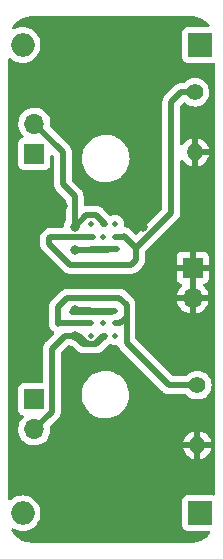
<source format=gbr>
%TF.GenerationSoftware,KiCad,Pcbnew,(6.0.8-1)-1*%
%TF.CreationDate,2023-05-30T17:25:44-07:00*%
%TF.ProjectId,SiPM_breakout,5369504d-5f62-4726-9561-6b6f75742e6b,rev?*%
%TF.SameCoordinates,Original*%
%TF.FileFunction,Copper,L1,Top*%
%TF.FilePolarity,Positive*%
%FSLAX46Y46*%
G04 Gerber Fmt 4.6, Leading zero omitted, Abs format (unit mm)*
G04 Created by KiCad (PCBNEW (6.0.8-1)-1) date 2023-05-30 17:25:44*
%MOMM*%
%LPD*%
G01*
G04 APERTURE LIST*
%TA.AperFunction,ComponentPad*%
%ADD10R,2.000000X2.000000*%
%TD*%
%TA.AperFunction,ComponentPad*%
%ADD11O,2.000000X2.000000*%
%TD*%
%TA.AperFunction,ComponentPad*%
%ADD12C,1.400000*%
%TD*%
%TA.AperFunction,ComponentPad*%
%ADD13O,1.400000X1.400000*%
%TD*%
%TA.AperFunction,SMDPad,CuDef*%
%ADD14C,0.500000*%
%TD*%
%TA.AperFunction,ComponentPad*%
%ADD15R,1.700000X1.700000*%
%TD*%
%TA.AperFunction,ComponentPad*%
%ADD16O,1.700000X1.700000*%
%TD*%
%TA.AperFunction,ViaPad*%
%ADD17C,0.800000*%
%TD*%
%TA.AperFunction,Conductor*%
%ADD18C,0.500000*%
%TD*%
G04 APERTURE END LIST*
D10*
%TO.P,C2,1*%
%TO.N,Net-(C2-Pad1)*%
X93400000Y-78000000D03*
D11*
%TO.P,C2,2*%
%TO.N,/SIG2*%
X78400000Y-78000000D03*
%TD*%
D10*
%TO.P,C1,1*%
%TO.N,Net-(C1-Pad1)*%
X93400000Y-117642500D03*
D11*
%TO.P,C1,2*%
%TO.N,/SIG1*%
X78400000Y-117642500D03*
%TD*%
D12*
%TO.P,R2,1*%
%TO.N,Net-(C2-Pad1)*%
X93000000Y-82000000D03*
D13*
%TO.P,R2,2*%
%TO.N,/GND*%
X93000000Y-87080000D03*
%TD*%
D12*
%TO.P,R1,1*%
%TO.N,Net-(C1-Pad1)*%
X93200000Y-106800000D03*
D13*
%TO.P,R1,2*%
%TO.N,/GND*%
X93200000Y-111880000D03*
%TD*%
D14*
%TO.P,D1,1,K*%
%TO.N,/BIAS1*%
X85200000Y-102655000D03*
X84200000Y-100555000D03*
X86200000Y-100555000D03*
X85200000Y-100555000D03*
%TO.P,D1,2,A*%
%TO.N,Net-(C1-Pad1)*%
X84200000Y-101555000D03*
X86200000Y-101555000D03*
%TO.P,D1,4*%
%TO.N,N/C*%
X86200000Y-102655000D03*
X84200000Y-102655000D03*
%TO.P,D1,5*%
X85200000Y-101555000D03*
%TD*%
%TO.P,D2,1,K*%
%TO.N,/BIAS2*%
X85200000Y-95245000D03*
X84200000Y-95245000D03*
X86200000Y-95245000D03*
X85200000Y-93145000D03*
%TO.P,D2,2,A*%
%TO.N,Net-(C2-Pad1)*%
X84200000Y-94245000D03*
X86200000Y-94245000D03*
%TO.P,D2,4*%
%TO.N,N/C*%
X84200000Y-93145000D03*
X86200000Y-93145000D03*
%TO.P,D2,5*%
X85200000Y-94245000D03*
%TD*%
D15*
%TO.P,J2,1,Pin_1*%
%TO.N,/SIG2*%
X79400000Y-87200000D03*
D16*
%TO.P,J2,2,Pin_2*%
%TO.N,/BIAS2*%
X79400000Y-84660000D03*
%TD*%
D15*
%TO.P,J1,1,Pin_1*%
%TO.N,/SIG1*%
X79400000Y-108000000D03*
D16*
%TO.P,J1,2,Pin_2*%
%TO.N,/BIAS1*%
X79400000Y-110540000D03*
%TD*%
D15*
%TO.P,J3,1,Pin_1*%
%TO.N,/GND*%
X92800000Y-96860000D03*
D16*
%TO.P,J3,2,Pin_2*%
X92800000Y-99400000D03*
%TD*%
D17*
%TO.N,/GND*%
X88600000Y-103000000D03*
%TO.N,/BIAS1*%
X82800000Y-102600000D03*
X82800000Y-100400000D03*
%TO.N,/BIAS2*%
X82800000Y-95400000D03*
X82800000Y-93395500D03*
%TO.N,/GND*%
X81800000Y-91600000D03*
X88600000Y-93400000D03*
X79940621Y-100259834D03*
X82600000Y-85400000D03*
X78400000Y-113600000D03*
X82200000Y-110000000D03*
X82200000Y-104600000D03*
X79400000Y-95000000D03*
X81099647Y-92900353D03*
X85250000Y-98000000D03*
%TD*%
D18*
%TO.N,Net-(C2-Pad1)*%
X84400000Y-94245000D02*
X80755000Y-94245000D01*
X80755000Y-94245000D02*
X80600000Y-94400000D01*
X91000000Y-92202082D02*
X91000000Y-82800000D01*
X91800000Y-82000000D02*
X93000000Y-82000000D01*
X88002082Y-95200000D02*
X91000000Y-92202082D01*
X88000000Y-95200000D02*
X88002082Y-95200000D01*
X91000000Y-82800000D02*
X91800000Y-82000000D01*
%TO.N,Net-(C1-Pad1)*%
X87200000Y-101000000D02*
X87200000Y-103200000D01*
X87200000Y-103200000D02*
X90800000Y-106800000D01*
X90800000Y-106800000D02*
X93200000Y-106800000D01*
%TO.N,Net-(C2-Pad1)*%
X87200000Y-94400000D02*
X88000000Y-95200000D01*
X87000000Y-94200000D02*
X87200000Y-94400000D01*
X87000000Y-96600000D02*
X82400000Y-96600000D01*
X87200000Y-96600000D02*
X87000000Y-96600000D01*
%TO.N,Net-(C1-Pad1)*%
X83400000Y-99400000D02*
X83600000Y-99400000D01*
X82200000Y-99400000D02*
X83400000Y-99400000D01*
%TO.N,Net-(C2-Pad1)*%
X87600000Y-96600000D02*
X87200000Y-96600000D01*
%TO.N,Net-(C1-Pad1)*%
X83600000Y-99400000D02*
X86600000Y-99400000D01*
X82000000Y-99600000D02*
X82200000Y-99400000D01*
X81400000Y-100200000D02*
X82000000Y-99600000D01*
%TO.N,Net-(C2-Pad1)*%
X86400000Y-94245000D02*
X86955000Y-94245000D01*
X82400000Y-96600000D02*
X80650000Y-94850000D01*
X88000000Y-96200000D02*
X87600000Y-96600000D01*
X88000000Y-95200000D02*
X88000000Y-96200000D01*
X86955000Y-94245000D02*
X87000000Y-94200000D01*
X80650000Y-94850000D02*
X80650000Y-94447918D01*
%TO.N,Net-(C1-Pad1)*%
X86645000Y-101555000D02*
X86200000Y-101555000D01*
X87200000Y-101000000D02*
X86645000Y-101555000D01*
X86600000Y-99400000D02*
X87200000Y-100000000D01*
X81400000Y-101600000D02*
X81400000Y-100200000D01*
X84200000Y-101555000D02*
X81445000Y-101555000D01*
X87200000Y-100000000D02*
X87200000Y-101000000D01*
%TO.N,/BIAS1*%
X84045000Y-100400000D02*
X84200000Y-100555000D01*
X82800000Y-102600000D02*
X83555000Y-103355000D01*
X84500000Y-103355000D02*
X85200000Y-102655000D01*
X82600000Y-100600000D02*
X86000000Y-100600000D01*
X80860000Y-103740000D02*
X82000000Y-102600000D01*
X82800000Y-100400000D02*
X84045000Y-100400000D01*
X79400000Y-110540000D02*
X80860000Y-109080000D01*
X83555000Y-103355000D02*
X84500000Y-103355000D01*
X84645000Y-103355000D02*
X85400000Y-102600000D01*
X83155050Y-102600000D02*
X83910050Y-103355000D01*
X86200000Y-100555000D02*
X84200000Y-100555000D01*
X83910050Y-103355000D02*
X84645000Y-103355000D01*
X80860000Y-109080000D02*
X80860000Y-103740000D01*
X82000000Y-102600000D02*
X83155050Y-102600000D01*
%TO.N,/BIAS2*%
X84245000Y-95400000D02*
X84400000Y-95245000D01*
X82800000Y-93400000D02*
X82800000Y-93395500D01*
X82800000Y-93400000D02*
X83800000Y-92400000D01*
X81800000Y-89800000D02*
X82800000Y-90800000D01*
X81800000Y-87060000D02*
X81800000Y-89600000D01*
X82800000Y-95400000D02*
X84245000Y-95400000D01*
X79400000Y-84660000D02*
X81800000Y-87060000D01*
X83800000Y-92400000D02*
X84655000Y-92400000D01*
X83200000Y-95400000D02*
X84000000Y-95400000D01*
X85600000Y-95400000D02*
X83600000Y-95400000D01*
X86400000Y-95245000D02*
X84400000Y-95245000D01*
X82800000Y-90800000D02*
X82800000Y-93400000D01*
X84655000Y-92400000D02*
X85400000Y-93145000D01*
%TD*%
%TA.AperFunction,Conductor*%
%TO.N,/GND*%
G36*
X92610589Y-75568489D02*
G01*
X92629945Y-75569989D01*
X92644849Y-75572310D01*
X92644855Y-75572310D01*
X92653724Y-75573691D01*
X92662626Y-75572527D01*
X92662629Y-75572527D01*
X92670012Y-75571561D01*
X92694591Y-75570767D01*
X92721442Y-75572527D01*
X92916922Y-75585340D01*
X92933262Y-75587491D01*
X93055477Y-75611801D01*
X93177696Y-75636112D01*
X93193606Y-75640375D01*
X93429600Y-75720484D01*
X93444826Y-75726791D01*
X93668342Y-75837016D01*
X93682616Y-75845257D01*
X93889829Y-75983713D01*
X93902905Y-75993746D01*
X94090278Y-76158068D01*
X94101932Y-76169722D01*
X94200768Y-76282422D01*
X94230645Y-76346826D01*
X94220959Y-76417159D01*
X94174787Y-76471090D01*
X94106036Y-76491500D01*
X92351866Y-76491500D01*
X92289684Y-76498255D01*
X92153295Y-76549385D01*
X92036739Y-76636739D01*
X91949385Y-76753295D01*
X91898255Y-76889684D01*
X91891500Y-76951866D01*
X91891500Y-79048134D01*
X91898255Y-79110316D01*
X91949385Y-79246705D01*
X92036739Y-79363261D01*
X92153295Y-79450615D01*
X92289684Y-79501745D01*
X92351866Y-79508500D01*
X94448134Y-79508500D01*
X94510316Y-79501745D01*
X94517716Y-79498971D01*
X94521275Y-79497637D01*
X94524238Y-79497420D01*
X94525400Y-79497144D01*
X94525445Y-79497332D01*
X94592082Y-79492457D01*
X94654450Y-79526380D01*
X94688577Y-79588637D01*
X94691500Y-79615621D01*
X94691500Y-116026879D01*
X94671498Y-116095000D01*
X94617842Y-116141493D01*
X94547568Y-116151597D01*
X94521275Y-116144863D01*
X94517716Y-116143529D01*
X94517715Y-116143529D01*
X94510316Y-116140755D01*
X94448134Y-116134000D01*
X92351866Y-116134000D01*
X92289684Y-116140755D01*
X92153295Y-116191885D01*
X92036739Y-116279239D01*
X91949385Y-116395795D01*
X91898255Y-116532184D01*
X91891500Y-116594366D01*
X91891500Y-118690634D01*
X91898255Y-118752816D01*
X91949385Y-118889205D01*
X92036739Y-119005761D01*
X92153295Y-119093115D01*
X92289684Y-119144245D01*
X92351866Y-119151000D01*
X94167863Y-119151000D01*
X94235984Y-119171002D01*
X94282477Y-119224658D01*
X94292581Y-119294932D01*
X94262595Y-119360078D01*
X94101932Y-119543278D01*
X94090278Y-119554932D01*
X93902905Y-119719254D01*
X93889829Y-119729287D01*
X93682616Y-119867743D01*
X93668342Y-119875984D01*
X93444826Y-119986209D01*
X93429602Y-119992515D01*
X93193606Y-120072625D01*
X93177696Y-120076888D01*
X93055477Y-120101199D01*
X92933262Y-120125509D01*
X92916922Y-120127660D01*
X92768134Y-120137413D01*
X92701763Y-120141763D01*
X92678651Y-120140733D01*
X92675146Y-120140690D01*
X92666276Y-120139309D01*
X92657375Y-120140473D01*
X92657371Y-120140473D01*
X92634785Y-120143427D01*
X92618419Y-120144491D01*
X79269411Y-120141511D01*
X79250055Y-120140011D01*
X79235151Y-120137690D01*
X79235145Y-120137690D01*
X79226276Y-120136309D01*
X79217374Y-120137473D01*
X79217371Y-120137473D01*
X79209988Y-120138439D01*
X79185409Y-120139233D01*
X79140799Y-120136309D01*
X78963078Y-120124660D01*
X78946738Y-120122509D01*
X78824523Y-120098199D01*
X78702304Y-120073888D01*
X78686394Y-120069625D01*
X78450398Y-119989515D01*
X78435174Y-119983209D01*
X78211658Y-119872984D01*
X78197384Y-119864743D01*
X77990171Y-119726287D01*
X77977095Y-119716254D01*
X77789722Y-119551932D01*
X77778068Y-119540278D01*
X77613746Y-119352905D01*
X77603713Y-119339829D01*
X77465257Y-119132616D01*
X77457017Y-119118344D01*
X77448722Y-119101524D01*
X77436531Y-119031582D01*
X77464089Y-118966152D01*
X77522647Y-118926008D01*
X77593612Y-118923895D01*
X77627562Y-118938361D01*
X77672913Y-118966152D01*
X77713037Y-118990740D01*
X77717607Y-118992633D01*
X77717611Y-118992635D01*
X77927833Y-119079711D01*
X77932406Y-119081605D01*
X77980349Y-119093115D01*
X78158476Y-119135880D01*
X78158482Y-119135881D01*
X78163289Y-119137035D01*
X78400000Y-119155665D01*
X78636711Y-119137035D01*
X78641518Y-119135881D01*
X78641524Y-119135880D01*
X78819651Y-119093115D01*
X78867594Y-119081605D01*
X78872167Y-119079711D01*
X79082389Y-118992635D01*
X79082393Y-118992633D01*
X79086963Y-118990740D01*
X79127087Y-118966152D01*
X79285202Y-118869259D01*
X79285208Y-118869255D01*
X79289416Y-118866676D01*
X79469969Y-118712469D01*
X79624176Y-118531916D01*
X79626755Y-118527708D01*
X79626759Y-118527702D01*
X79745654Y-118333683D01*
X79748240Y-118329463D01*
X79839105Y-118110094D01*
X79894535Y-117879211D01*
X79913165Y-117642500D01*
X79894535Y-117405789D01*
X79839105Y-117174906D01*
X79748240Y-116955537D01*
X79745654Y-116951317D01*
X79626759Y-116757298D01*
X79626755Y-116757292D01*
X79624176Y-116753084D01*
X79469969Y-116572531D01*
X79289416Y-116418324D01*
X79285208Y-116415745D01*
X79285202Y-116415741D01*
X79091183Y-116296846D01*
X79086963Y-116294260D01*
X79082393Y-116292367D01*
X79082389Y-116292365D01*
X78872167Y-116205289D01*
X78872165Y-116205288D01*
X78867594Y-116203395D01*
X78787391Y-116184140D01*
X78641524Y-116149120D01*
X78641518Y-116149119D01*
X78636711Y-116147965D01*
X78400000Y-116129335D01*
X78163289Y-116147965D01*
X78158482Y-116149119D01*
X78158476Y-116149120D01*
X78012609Y-116184140D01*
X77932406Y-116203395D01*
X77927835Y-116205288D01*
X77927833Y-116205289D01*
X77717611Y-116292365D01*
X77717607Y-116292367D01*
X77713037Y-116294260D01*
X77708817Y-116296846D01*
X77514798Y-116415741D01*
X77514792Y-116415745D01*
X77510584Y-116418324D01*
X77506822Y-116421537D01*
X77506818Y-116421540D01*
X77396330Y-116515905D01*
X77331541Y-116544936D01*
X77261341Y-116534331D01*
X77208018Y-116487456D01*
X77188500Y-116420094D01*
X77188500Y-112146522D01*
X92020801Y-112146522D01*
X92059092Y-112289423D01*
X92062842Y-112299727D01*
X92147521Y-112481323D01*
X92152998Y-112490811D01*
X92267925Y-112654942D01*
X92274981Y-112663350D01*
X92416650Y-112805019D01*
X92425058Y-112812075D01*
X92589189Y-112927002D01*
X92598677Y-112932479D01*
X92780273Y-113017158D01*
X92790577Y-113020908D01*
X92928503Y-113057866D01*
X92942599Y-113057530D01*
X92946000Y-113049588D01*
X92946000Y-113044439D01*
X93454000Y-113044439D01*
X93457973Y-113057970D01*
X93466522Y-113059199D01*
X93609423Y-113020908D01*
X93619727Y-113017158D01*
X93801323Y-112932479D01*
X93810811Y-112927002D01*
X93974942Y-112812075D01*
X93983350Y-112805019D01*
X94125019Y-112663350D01*
X94132075Y-112654942D01*
X94247002Y-112490811D01*
X94252479Y-112481323D01*
X94337158Y-112299727D01*
X94340908Y-112289423D01*
X94377866Y-112151497D01*
X94377530Y-112137401D01*
X94369588Y-112134000D01*
X93472115Y-112134000D01*
X93456876Y-112138475D01*
X93455671Y-112139865D01*
X93454000Y-112147548D01*
X93454000Y-113044439D01*
X92946000Y-113044439D01*
X92946000Y-112152115D01*
X92941525Y-112136876D01*
X92940135Y-112135671D01*
X92932452Y-112134000D01*
X92035561Y-112134000D01*
X92022030Y-112137973D01*
X92020801Y-112146522D01*
X77188500Y-112146522D01*
X77188500Y-110506695D01*
X78037251Y-110506695D01*
X78037548Y-110511848D01*
X78037548Y-110511851D01*
X78043011Y-110606590D01*
X78050110Y-110729715D01*
X78051247Y-110734761D01*
X78051248Y-110734767D01*
X78052223Y-110739092D01*
X78099222Y-110947639D01*
X78183266Y-111154616D01*
X78299987Y-111345088D01*
X78446250Y-111513938D01*
X78618126Y-111656632D01*
X78811000Y-111769338D01*
X79019692Y-111849030D01*
X79024760Y-111850061D01*
X79024763Y-111850062D01*
X79132017Y-111871883D01*
X79238597Y-111893567D01*
X79243772Y-111893757D01*
X79243774Y-111893757D01*
X79456673Y-111901564D01*
X79456677Y-111901564D01*
X79461837Y-111901753D01*
X79466957Y-111901097D01*
X79466959Y-111901097D01*
X79678288Y-111874025D01*
X79678289Y-111874025D01*
X79683416Y-111873368D01*
X79688366Y-111871883D01*
X79892429Y-111810661D01*
X79892434Y-111810659D01*
X79897384Y-111809174D01*
X80097994Y-111710896D01*
X80241545Y-111608503D01*
X92022134Y-111608503D01*
X92022470Y-111622599D01*
X92030412Y-111626000D01*
X92927885Y-111626000D01*
X92943124Y-111621525D01*
X92944329Y-111620135D01*
X92946000Y-111612452D01*
X92946000Y-111607885D01*
X93454000Y-111607885D01*
X93458475Y-111623124D01*
X93459865Y-111624329D01*
X93467548Y-111626000D01*
X94364439Y-111626000D01*
X94377970Y-111622027D01*
X94379199Y-111613478D01*
X94340908Y-111470577D01*
X94337158Y-111460273D01*
X94252479Y-111278677D01*
X94247002Y-111269189D01*
X94132075Y-111105058D01*
X94125019Y-111096650D01*
X93983350Y-110954981D01*
X93974942Y-110947925D01*
X93810811Y-110832998D01*
X93801323Y-110827521D01*
X93619727Y-110742842D01*
X93609423Y-110739092D01*
X93471497Y-110702134D01*
X93457401Y-110702470D01*
X93454000Y-110710412D01*
X93454000Y-111607885D01*
X92946000Y-111607885D01*
X92946000Y-110715561D01*
X92942027Y-110702030D01*
X92933478Y-110700801D01*
X92790577Y-110739092D01*
X92780273Y-110742842D01*
X92598677Y-110827521D01*
X92589189Y-110832998D01*
X92425058Y-110947925D01*
X92416650Y-110954981D01*
X92274981Y-111096650D01*
X92267925Y-111105058D01*
X92152998Y-111269189D01*
X92147521Y-111278677D01*
X92062842Y-111460273D01*
X92059092Y-111470577D01*
X92022134Y-111608503D01*
X80241545Y-111608503D01*
X80279860Y-111581173D01*
X80438096Y-111423489D01*
X80497594Y-111340689D01*
X80565435Y-111246277D01*
X80568453Y-111242077D01*
X80667430Y-111041811D01*
X80732370Y-110828069D01*
X80761529Y-110606590D01*
X80763156Y-110540000D01*
X80745870Y-110329747D01*
X80760223Y-110260219D01*
X80782351Y-110230330D01*
X81348911Y-109663770D01*
X81363323Y-109651384D01*
X81374918Y-109642851D01*
X81374923Y-109642846D01*
X81380818Y-109638508D01*
X81385557Y-109632930D01*
X81385560Y-109632927D01*
X81415035Y-109598232D01*
X81421965Y-109590716D01*
X81427661Y-109585020D01*
X81429924Y-109582159D01*
X81429929Y-109582154D01*
X81445293Y-109562734D01*
X81448082Y-109559333D01*
X81468407Y-109535409D01*
X81495333Y-109503715D01*
X81498659Y-109497202D01*
X81502020Y-109492163D01*
X81505196Y-109487021D01*
X81509734Y-109481284D01*
X81540655Y-109415125D01*
X81542561Y-109411225D01*
X81555183Y-109386507D01*
X81575769Y-109346192D01*
X81577508Y-109339083D01*
X81579604Y-109333449D01*
X81581523Y-109327679D01*
X81584622Y-109321050D01*
X81587019Y-109309530D01*
X81599490Y-109249571D01*
X81600461Y-109245282D01*
X81606980Y-109218642D01*
X81617808Y-109174390D01*
X81618500Y-109163236D01*
X81618535Y-109163238D01*
X81618775Y-109159266D01*
X81619152Y-109155045D01*
X81620641Y-109147885D01*
X81618546Y-109070458D01*
X81618500Y-109067050D01*
X81618500Y-107529733D01*
X83387822Y-107529733D01*
X83387975Y-107534121D01*
X83387975Y-107534127D01*
X83389706Y-107583671D01*
X83397625Y-107810458D01*
X83398387Y-107814781D01*
X83398388Y-107814788D01*
X83422164Y-107949624D01*
X83446402Y-108087087D01*
X83533203Y-108354235D01*
X83656340Y-108606702D01*
X83658795Y-108610341D01*
X83658798Y-108610347D01*
X83731890Y-108718710D01*
X83813415Y-108839576D01*
X84001371Y-109048322D01*
X84216550Y-109228879D01*
X84454764Y-109377731D01*
X84711375Y-109491982D01*
X84715603Y-109493194D01*
X84715602Y-109493194D01*
X84946258Y-109559333D01*
X84981390Y-109569407D01*
X84985740Y-109570018D01*
X84985743Y-109570019D01*
X85072090Y-109582154D01*
X85259552Y-109608500D01*
X85470146Y-109608500D01*
X85472332Y-109608347D01*
X85472336Y-109608347D01*
X85675827Y-109594118D01*
X85675832Y-109594117D01*
X85680212Y-109593811D01*
X85954970Y-109535409D01*
X85959099Y-109533906D01*
X85959103Y-109533905D01*
X86214781Y-109440846D01*
X86214785Y-109440844D01*
X86218926Y-109439337D01*
X86466942Y-109307464D01*
X86483782Y-109295229D01*
X86690629Y-109144947D01*
X86690632Y-109144944D01*
X86694192Y-109142358D01*
X86896252Y-108947231D01*
X87069188Y-108725882D01*
X87071384Y-108722078D01*
X87071389Y-108722071D01*
X87207435Y-108486431D01*
X87209636Y-108482619D01*
X87314862Y-108222176D01*
X87348544Y-108087087D01*
X87381753Y-107953893D01*
X87381754Y-107953888D01*
X87382817Y-107949624D01*
X87383834Y-107939956D01*
X87411719Y-107674636D01*
X87411719Y-107674633D01*
X87412178Y-107670267D01*
X87408974Y-107578502D01*
X87402529Y-107393939D01*
X87402528Y-107393933D01*
X87402375Y-107389542D01*
X87398917Y-107369927D01*
X87354360Y-107117236D01*
X87353598Y-107112913D01*
X87266797Y-106845765D01*
X87241806Y-106794525D01*
X87170048Y-106647402D01*
X87143660Y-106593298D01*
X87141205Y-106589659D01*
X87141202Y-106589653D01*
X87003222Y-106385090D01*
X86986585Y-106360424D01*
X86798629Y-106151678D01*
X86583450Y-105971121D01*
X86345236Y-105822269D01*
X86088625Y-105708018D01*
X85818610Y-105630593D01*
X85814260Y-105629982D01*
X85814257Y-105629981D01*
X85711310Y-105615513D01*
X85540448Y-105591500D01*
X85329854Y-105591500D01*
X85327668Y-105591653D01*
X85327664Y-105591653D01*
X85124173Y-105605882D01*
X85124168Y-105605883D01*
X85119788Y-105606189D01*
X84845030Y-105664591D01*
X84840901Y-105666094D01*
X84840897Y-105666095D01*
X84585219Y-105759154D01*
X84585215Y-105759156D01*
X84581074Y-105760663D01*
X84333058Y-105892536D01*
X84329499Y-105895122D01*
X84329497Y-105895123D01*
X84128026Y-106041500D01*
X84105808Y-106057642D01*
X83903748Y-106252769D01*
X83730812Y-106474118D01*
X83728616Y-106477922D01*
X83728611Y-106477929D01*
X83634174Y-106641500D01*
X83590364Y-106717381D01*
X83485138Y-106977824D01*
X83484073Y-106982097D01*
X83484072Y-106982099D01*
X83424784Y-107219892D01*
X83417183Y-107250376D01*
X83416724Y-107254744D01*
X83416723Y-107254749D01*
X83388359Y-107524622D01*
X83387822Y-107529733D01*
X81618500Y-107529733D01*
X81618500Y-104106371D01*
X81638502Y-104038250D01*
X81655405Y-104017276D01*
X82239332Y-103433349D01*
X82301644Y-103399323D01*
X82372459Y-103404388D01*
X82379675Y-103407337D01*
X82511677Y-103466108D01*
X82511685Y-103466111D01*
X82517712Y-103468794D01*
X82524167Y-103470166D01*
X82524176Y-103470169D01*
X82580772Y-103482199D01*
X82643669Y-103516350D01*
X82971230Y-103843911D01*
X82983616Y-103858323D01*
X82992149Y-103869918D01*
X82992154Y-103869923D01*
X82996492Y-103875818D01*
X83002070Y-103880557D01*
X83002073Y-103880560D01*
X83036768Y-103910035D01*
X83044284Y-103916965D01*
X83049979Y-103922660D01*
X83052861Y-103924940D01*
X83072251Y-103940281D01*
X83075655Y-103943072D01*
X83125703Y-103985591D01*
X83131285Y-103990333D01*
X83137801Y-103993661D01*
X83142850Y-103997028D01*
X83147979Y-104000195D01*
X83153716Y-104004734D01*
X83219875Y-104035655D01*
X83223769Y-104037558D01*
X83288808Y-104070769D01*
X83295916Y-104072508D01*
X83301559Y-104074607D01*
X83307322Y-104076524D01*
X83313950Y-104079622D01*
X83321112Y-104081112D01*
X83321113Y-104081112D01*
X83385412Y-104094486D01*
X83389696Y-104095456D01*
X83460610Y-104112808D01*
X83466212Y-104113156D01*
X83466215Y-104113156D01*
X83471764Y-104113500D01*
X83471762Y-104113536D01*
X83475755Y-104113775D01*
X83479947Y-104114149D01*
X83487115Y-104115640D01*
X83564520Y-104113546D01*
X83567928Y-104113500D01*
X83822109Y-104113500D01*
X83833310Y-104113999D01*
X83835000Y-104114150D01*
X83842165Y-104115640D01*
X83919570Y-104113546D01*
X83922978Y-104113500D01*
X84432930Y-104113500D01*
X84451880Y-104114933D01*
X84466115Y-104117099D01*
X84466119Y-104117099D01*
X84473349Y-104118199D01*
X84480641Y-104117606D01*
X84480644Y-104117606D01*
X84526018Y-104113915D01*
X84536233Y-104113500D01*
X84577930Y-104113500D01*
X84596880Y-104114933D01*
X84611115Y-104117099D01*
X84611119Y-104117099D01*
X84618349Y-104118199D01*
X84625641Y-104117606D01*
X84625644Y-104117606D01*
X84671018Y-104113915D01*
X84681233Y-104113500D01*
X84689293Y-104113500D01*
X84706680Y-104111473D01*
X84717507Y-104110211D01*
X84721882Y-104109778D01*
X84787339Y-104104454D01*
X84787342Y-104104453D01*
X84794637Y-104103860D01*
X84801601Y-104101604D01*
X84807560Y-104100413D01*
X84813415Y-104099029D01*
X84820681Y-104098182D01*
X84889327Y-104073265D01*
X84893455Y-104071848D01*
X84955936Y-104051607D01*
X84955938Y-104051606D01*
X84962899Y-104049351D01*
X84969154Y-104045555D01*
X84974628Y-104043049D01*
X84980058Y-104040330D01*
X84986937Y-104037833D01*
X84993058Y-104033820D01*
X85047976Y-103997814D01*
X85051680Y-103995477D01*
X85114107Y-103957595D01*
X85122484Y-103950197D01*
X85122508Y-103950224D01*
X85125500Y-103947571D01*
X85128733Y-103944868D01*
X85134852Y-103940856D01*
X85188128Y-103884617D01*
X85190506Y-103882175D01*
X85712558Y-103360123D01*
X85774870Y-103326097D01*
X85845685Y-103331162D01*
X85852605Y-103334189D01*
X85855846Y-103336310D01*
X86015341Y-103395626D01*
X86184015Y-103418132D01*
X86191026Y-103417494D01*
X86191030Y-103417494D01*
X86346462Y-103403348D01*
X86353483Y-103402709D01*
X86353489Y-103402775D01*
X86421227Y-103408421D01*
X86477559Y-103451632D01*
X86495678Y-103487121D01*
X86503392Y-103510935D01*
X86503395Y-103510942D01*
X86505649Y-103517899D01*
X86509444Y-103524153D01*
X86511951Y-103529628D01*
X86514670Y-103535058D01*
X86517167Y-103541937D01*
X86521180Y-103548057D01*
X86521180Y-103548058D01*
X86557186Y-103602976D01*
X86559523Y-103606680D01*
X86597405Y-103669107D01*
X86601121Y-103673315D01*
X86601122Y-103673316D01*
X86604803Y-103677484D01*
X86604776Y-103677508D01*
X86607429Y-103680500D01*
X86610132Y-103683733D01*
X86614144Y-103689852D01*
X86619456Y-103694884D01*
X86670383Y-103743128D01*
X86672825Y-103745506D01*
X90216227Y-107288907D01*
X90228613Y-107303319D01*
X90237149Y-107314917D01*
X90241492Y-107320818D01*
X90247070Y-107325557D01*
X90247073Y-107325560D01*
X90281775Y-107355041D01*
X90289291Y-107361971D01*
X90294980Y-107367660D01*
X90297834Y-107369918D01*
X90297844Y-107369927D01*
X90317242Y-107385274D01*
X90320642Y-107388062D01*
X90370707Y-107430595D01*
X90370711Y-107430598D01*
X90376285Y-107435333D01*
X90382800Y-107438660D01*
X90387837Y-107442019D01*
X90392975Y-107445192D01*
X90398716Y-107449734D01*
X90464875Y-107480655D01*
X90468769Y-107482558D01*
X90533808Y-107515769D01*
X90540917Y-107517508D01*
X90546551Y-107519604D01*
X90552321Y-107521523D01*
X90558950Y-107524622D01*
X90566113Y-107526112D01*
X90566116Y-107526113D01*
X90616830Y-107536661D01*
X90630435Y-107539491D01*
X90634701Y-107540457D01*
X90705610Y-107557808D01*
X90711212Y-107558156D01*
X90711215Y-107558156D01*
X90716764Y-107558500D01*
X90716762Y-107558535D01*
X90720734Y-107558775D01*
X90724955Y-107559152D01*
X90732115Y-107560641D01*
X90809542Y-107558546D01*
X90812950Y-107558500D01*
X92197233Y-107558500D01*
X92265354Y-107578502D01*
X92286328Y-107595405D01*
X92420224Y-107729301D01*
X92593442Y-107850589D01*
X92598420Y-107852910D01*
X92598423Y-107852912D01*
X92780108Y-107937633D01*
X92785090Y-107939956D01*
X92790398Y-107941378D01*
X92790400Y-107941379D01*
X92984030Y-107993262D01*
X92984032Y-107993262D01*
X92989345Y-107994686D01*
X93200000Y-108013116D01*
X93410655Y-107994686D01*
X93415968Y-107993262D01*
X93415970Y-107993262D01*
X93609600Y-107941379D01*
X93609602Y-107941378D01*
X93614910Y-107939956D01*
X93619892Y-107937633D01*
X93801577Y-107852912D01*
X93801580Y-107852910D01*
X93806558Y-107850589D01*
X93979776Y-107729301D01*
X94129301Y-107579776D01*
X94250589Y-107406558D01*
X94256474Y-107393939D01*
X94337633Y-107219892D01*
X94337634Y-107219891D01*
X94339956Y-107214910D01*
X94369331Y-107105283D01*
X94393262Y-107015970D01*
X94393262Y-107015968D01*
X94394686Y-107010655D01*
X94413116Y-106800000D01*
X94394686Y-106589345D01*
X94339956Y-106385090D01*
X94326928Y-106357152D01*
X94252912Y-106198423D01*
X94252910Y-106198420D01*
X94250589Y-106193442D01*
X94129301Y-106020224D01*
X93979776Y-105870699D01*
X93806558Y-105749411D01*
X93801580Y-105747090D01*
X93801577Y-105747088D01*
X93619892Y-105662367D01*
X93619891Y-105662366D01*
X93614910Y-105660044D01*
X93609602Y-105658622D01*
X93609600Y-105658621D01*
X93415970Y-105606738D01*
X93415968Y-105606738D01*
X93410655Y-105605314D01*
X93200000Y-105586884D01*
X92989345Y-105605314D01*
X92984032Y-105606738D01*
X92984030Y-105606738D01*
X92790400Y-105658621D01*
X92790398Y-105658622D01*
X92785090Y-105660044D01*
X92780109Y-105662366D01*
X92780108Y-105662367D01*
X92598423Y-105747088D01*
X92598420Y-105747090D01*
X92593442Y-105749411D01*
X92420224Y-105870699D01*
X92286328Y-106004595D01*
X92224016Y-106038621D01*
X92197233Y-106041500D01*
X91166371Y-106041500D01*
X91098250Y-106021498D01*
X91077276Y-106004595D01*
X87995405Y-102922724D01*
X87961379Y-102860412D01*
X87958500Y-102833629D01*
X87958500Y-101087952D01*
X87958999Y-101076752D01*
X87959151Y-101075048D01*
X87960641Y-101067885D01*
X87958546Y-100990458D01*
X87958500Y-100987050D01*
X87958500Y-100067069D01*
X87959933Y-100048118D01*
X87962099Y-100033883D01*
X87962099Y-100033881D01*
X87963199Y-100026651D01*
X87961813Y-100009603D01*
X87958915Y-99973982D01*
X87958500Y-99963767D01*
X87958500Y-99955707D01*
X87955211Y-99927493D01*
X87954778Y-99923118D01*
X87949454Y-99857661D01*
X87949453Y-99857658D01*
X87948860Y-99850363D01*
X87946604Y-99843399D01*
X87945413Y-99837440D01*
X87944029Y-99831585D01*
X87943182Y-99824319D01*
X87918265Y-99755673D01*
X87916848Y-99751545D01*
X87896607Y-99689064D01*
X87896606Y-99689062D01*
X87894351Y-99682101D01*
X87890555Y-99675846D01*
X87888049Y-99670372D01*
X87886844Y-99667966D01*
X91468257Y-99667966D01*
X91498565Y-99802446D01*
X91501645Y-99812275D01*
X91581770Y-100009603D01*
X91586413Y-100018794D01*
X91697694Y-100200388D01*
X91703777Y-100208699D01*
X91843213Y-100369667D01*
X91850580Y-100376883D01*
X92014434Y-100512916D01*
X92022881Y-100518831D01*
X92206756Y-100626279D01*
X92216042Y-100630729D01*
X92415001Y-100706703D01*
X92424899Y-100709579D01*
X92528250Y-100730606D01*
X92542299Y-100729410D01*
X92546000Y-100719065D01*
X92546000Y-100718517D01*
X93054000Y-100718517D01*
X93058064Y-100732359D01*
X93071478Y-100734393D01*
X93078184Y-100733534D01*
X93088262Y-100731392D01*
X93292255Y-100670191D01*
X93301842Y-100666433D01*
X93493095Y-100572739D01*
X93501945Y-100567464D01*
X93675328Y-100443792D01*
X93683200Y-100437139D01*
X93834052Y-100286812D01*
X93840730Y-100278965D01*
X93965003Y-100106020D01*
X93970313Y-100097183D01*
X94064670Y-99906267D01*
X94068469Y-99896672D01*
X94130377Y-99692910D01*
X94132555Y-99682837D01*
X94133986Y-99671962D01*
X94131775Y-99657778D01*
X94118617Y-99654000D01*
X93072115Y-99654000D01*
X93056876Y-99658475D01*
X93055671Y-99659865D01*
X93054000Y-99667548D01*
X93054000Y-100718517D01*
X92546000Y-100718517D01*
X92546000Y-99672115D01*
X92541525Y-99656876D01*
X92540135Y-99655671D01*
X92532452Y-99654000D01*
X91483225Y-99654000D01*
X91469694Y-99657973D01*
X91468257Y-99667966D01*
X87886844Y-99667966D01*
X87885330Y-99664942D01*
X87882833Y-99658063D01*
X87875628Y-99647073D01*
X87842814Y-99597024D01*
X87840467Y-99593305D01*
X87802595Y-99530893D01*
X87795197Y-99522516D01*
X87795224Y-99522492D01*
X87792571Y-99519500D01*
X87789868Y-99516267D01*
X87785856Y-99510148D01*
X87729617Y-99456872D01*
X87727175Y-99454494D01*
X87183770Y-98911089D01*
X87171384Y-98896677D01*
X87162851Y-98885082D01*
X87162846Y-98885077D01*
X87158508Y-98879182D01*
X87152930Y-98874443D01*
X87152927Y-98874440D01*
X87118232Y-98844965D01*
X87110716Y-98838035D01*
X87105021Y-98832340D01*
X87088736Y-98819456D01*
X87082749Y-98814719D01*
X87079345Y-98811928D01*
X87029297Y-98769409D01*
X87029295Y-98769408D01*
X87023715Y-98764667D01*
X87017199Y-98761339D01*
X87012150Y-98757972D01*
X87007021Y-98754805D01*
X87001284Y-98750266D01*
X86935125Y-98719345D01*
X86931225Y-98717439D01*
X86866192Y-98684231D01*
X86859084Y-98682492D01*
X86853441Y-98680393D01*
X86847678Y-98678476D01*
X86841050Y-98675378D01*
X86769583Y-98660513D01*
X86765299Y-98659543D01*
X86694390Y-98642192D01*
X86688788Y-98641844D01*
X86688785Y-98641844D01*
X86683236Y-98641500D01*
X86683238Y-98641464D01*
X86679245Y-98641225D01*
X86675053Y-98640851D01*
X86667885Y-98639360D01*
X86604120Y-98641085D01*
X86590479Y-98641454D01*
X86587072Y-98641500D01*
X82267070Y-98641500D01*
X82248120Y-98640067D01*
X82233885Y-98637901D01*
X82233881Y-98637901D01*
X82226651Y-98636801D01*
X82219359Y-98637394D01*
X82219356Y-98637394D01*
X82173982Y-98641085D01*
X82163767Y-98641500D01*
X82155707Y-98641500D01*
X82152073Y-98641924D01*
X82152067Y-98641924D01*
X82139042Y-98643443D01*
X82127480Y-98644791D01*
X82123132Y-98645221D01*
X82050364Y-98651140D01*
X82043403Y-98653395D01*
X82037463Y-98654582D01*
X82031588Y-98655971D01*
X82024319Y-98656818D01*
X81955670Y-98681736D01*
X81951542Y-98683153D01*
X81889064Y-98703393D01*
X81889062Y-98703394D01*
X81882101Y-98705649D01*
X81875846Y-98709445D01*
X81870372Y-98711951D01*
X81864942Y-98714670D01*
X81858063Y-98717167D01*
X81851943Y-98721180D01*
X81851942Y-98721180D01*
X81797024Y-98757186D01*
X81793320Y-98759523D01*
X81730893Y-98797405D01*
X81722516Y-98804803D01*
X81722492Y-98804776D01*
X81719500Y-98807429D01*
X81716267Y-98810132D01*
X81710148Y-98814144D01*
X81680951Y-98844965D01*
X81656872Y-98870383D01*
X81654494Y-98872825D01*
X80911089Y-99616230D01*
X80896677Y-99628616D01*
X80885082Y-99637149D01*
X80885077Y-99637154D01*
X80879182Y-99641492D01*
X80874443Y-99647070D01*
X80874440Y-99647073D01*
X80844965Y-99681768D01*
X80838035Y-99689284D01*
X80832340Y-99694979D01*
X80830060Y-99697861D01*
X80814719Y-99717251D01*
X80811928Y-99720655D01*
X80785685Y-99751545D01*
X80764667Y-99776285D01*
X80761339Y-99782801D01*
X80757972Y-99787850D01*
X80754805Y-99792979D01*
X80750266Y-99798716D01*
X80719345Y-99864875D01*
X80717442Y-99868769D01*
X80684231Y-99933808D01*
X80682492Y-99940916D01*
X80680393Y-99946559D01*
X80678476Y-99952322D01*
X80675378Y-99958950D01*
X80673888Y-99966112D01*
X80673888Y-99966113D01*
X80672251Y-99973982D01*
X80662931Y-100018794D01*
X80660514Y-100030412D01*
X80659544Y-100034696D01*
X80642192Y-100105610D01*
X80641500Y-100116764D01*
X80641464Y-100116762D01*
X80641225Y-100120755D01*
X80640851Y-100124947D01*
X80639360Y-100132115D01*
X80639558Y-100139432D01*
X80641454Y-100209521D01*
X80641500Y-100212928D01*
X80641500Y-101644293D01*
X80656818Y-101775681D01*
X80717167Y-101941937D01*
X80814144Y-102089852D01*
X80942547Y-102211490D01*
X81023417Y-102258463D01*
X81037068Y-102266392D01*
X81085927Y-102317903D01*
X81099181Y-102387651D01*
X81072622Y-102453493D01*
X81062878Y-102464441D01*
X80371089Y-103156230D01*
X80356677Y-103168616D01*
X80345082Y-103177149D01*
X80345077Y-103177154D01*
X80339182Y-103181492D01*
X80334443Y-103187070D01*
X80334440Y-103187073D01*
X80304965Y-103221768D01*
X80298035Y-103229284D01*
X80292340Y-103234979D01*
X80290060Y-103237861D01*
X80274719Y-103257251D01*
X80271928Y-103260655D01*
X80247803Y-103289052D01*
X80224667Y-103316285D01*
X80221339Y-103322801D01*
X80217972Y-103327850D01*
X80214805Y-103332979D01*
X80210266Y-103338716D01*
X80179345Y-103404875D01*
X80177442Y-103408769D01*
X80144231Y-103473808D01*
X80142492Y-103480916D01*
X80140393Y-103486559D01*
X80138476Y-103492322D01*
X80135378Y-103498950D01*
X80133888Y-103506112D01*
X80133888Y-103506113D01*
X80120514Y-103570412D01*
X80119544Y-103574696D01*
X80102192Y-103645610D01*
X80101500Y-103656764D01*
X80101464Y-103656762D01*
X80101225Y-103660755D01*
X80100851Y-103664947D01*
X80099360Y-103672115D01*
X80099558Y-103679432D01*
X80101454Y-103749521D01*
X80101500Y-103752928D01*
X80101500Y-106515500D01*
X80081498Y-106583621D01*
X80027842Y-106630114D01*
X79975500Y-106641500D01*
X78501866Y-106641500D01*
X78439684Y-106648255D01*
X78303295Y-106699385D01*
X78186739Y-106786739D01*
X78099385Y-106903295D01*
X78048255Y-107039684D01*
X78041500Y-107101866D01*
X78041500Y-108898134D01*
X78048255Y-108960316D01*
X78099385Y-109096705D01*
X78186739Y-109213261D01*
X78303295Y-109300615D01*
X78311704Y-109303767D01*
X78311705Y-109303768D01*
X78420451Y-109344535D01*
X78477216Y-109387176D01*
X78501916Y-109453738D01*
X78486709Y-109523087D01*
X78467316Y-109549568D01*
X78364627Y-109657026D01*
X78340629Y-109682138D01*
X78214743Y-109866680D01*
X78120688Y-110069305D01*
X78060989Y-110284570D01*
X78037251Y-110506695D01*
X77188500Y-110506695D01*
X77188500Y-97754669D01*
X91442001Y-97754669D01*
X91442371Y-97761490D01*
X91447895Y-97812352D01*
X91451521Y-97827604D01*
X91496676Y-97948054D01*
X91505214Y-97963649D01*
X91581715Y-98065724D01*
X91594276Y-98078285D01*
X91696351Y-98154786D01*
X91711946Y-98163324D01*
X91821337Y-98204333D01*
X91878101Y-98246975D01*
X91902801Y-98313536D01*
X91887594Y-98382885D01*
X91868201Y-98409366D01*
X91744590Y-98538717D01*
X91738104Y-98546727D01*
X91618098Y-98722649D01*
X91613000Y-98731623D01*
X91523338Y-98924783D01*
X91519775Y-98934470D01*
X91464389Y-99134183D01*
X91465912Y-99142607D01*
X91478292Y-99146000D01*
X92527885Y-99146000D01*
X92543124Y-99141525D01*
X92544329Y-99140135D01*
X92546000Y-99132452D01*
X92546000Y-99127885D01*
X93054000Y-99127885D01*
X93058475Y-99143124D01*
X93059865Y-99144329D01*
X93067548Y-99146000D01*
X94118344Y-99146000D01*
X94131875Y-99142027D01*
X94133180Y-99132947D01*
X94091214Y-98965875D01*
X94087894Y-98956124D01*
X94002972Y-98760814D01*
X93998105Y-98751739D01*
X93882426Y-98572926D01*
X93876136Y-98564757D01*
X93731931Y-98406279D01*
X93700879Y-98342433D01*
X93709273Y-98271934D01*
X93754450Y-98217166D01*
X93780894Y-98203497D01*
X93888054Y-98163324D01*
X93903649Y-98154786D01*
X94005724Y-98078285D01*
X94018285Y-98065724D01*
X94094786Y-97963649D01*
X94103324Y-97948054D01*
X94148478Y-97827606D01*
X94152105Y-97812351D01*
X94157631Y-97761486D01*
X94158000Y-97754672D01*
X94158000Y-97132115D01*
X94153525Y-97116876D01*
X94152135Y-97115671D01*
X94144452Y-97114000D01*
X93072115Y-97114000D01*
X93056876Y-97118475D01*
X93055671Y-97119865D01*
X93054000Y-97127548D01*
X93054000Y-99127885D01*
X92546000Y-99127885D01*
X92546000Y-97132115D01*
X92541525Y-97116876D01*
X92540135Y-97115671D01*
X92532452Y-97114000D01*
X91460116Y-97114000D01*
X91444877Y-97118475D01*
X91443672Y-97119865D01*
X91442001Y-97127548D01*
X91442001Y-97754669D01*
X77188500Y-97754669D01*
X77188500Y-84626695D01*
X78037251Y-84626695D01*
X78037548Y-84631848D01*
X78037548Y-84631851D01*
X78043011Y-84726590D01*
X78050110Y-84849715D01*
X78051247Y-84854761D01*
X78051248Y-84854767D01*
X78066624Y-84922991D01*
X78099222Y-85067639D01*
X78183266Y-85274616D01*
X78299987Y-85465088D01*
X78446250Y-85633938D01*
X78450230Y-85637242D01*
X78454981Y-85641187D01*
X78494616Y-85700090D01*
X78496113Y-85771071D01*
X78458997Y-85831593D01*
X78418724Y-85856112D01*
X78303295Y-85899385D01*
X78186739Y-85986739D01*
X78099385Y-86103295D01*
X78048255Y-86239684D01*
X78041500Y-86301866D01*
X78041500Y-88098134D01*
X78048255Y-88160316D01*
X78099385Y-88296705D01*
X78186739Y-88413261D01*
X78303295Y-88500615D01*
X78439684Y-88551745D01*
X78501866Y-88558500D01*
X80298134Y-88558500D01*
X80360316Y-88551745D01*
X80496705Y-88500615D01*
X80613261Y-88413261D01*
X80700615Y-88296705D01*
X80751745Y-88160316D01*
X80758500Y-88098134D01*
X80758500Y-87395371D01*
X80778502Y-87327250D01*
X80832158Y-87280757D01*
X80902432Y-87270653D01*
X80967012Y-87300147D01*
X80973595Y-87306276D01*
X81004595Y-87337276D01*
X81038621Y-87399588D01*
X81041500Y-87426371D01*
X81041500Y-89644293D01*
X81041925Y-89647936D01*
X81046019Y-89683058D01*
X81045434Y-89716597D01*
X81036801Y-89773349D01*
X81051140Y-89949637D01*
X81105649Y-90117899D01*
X81109445Y-90124154D01*
X81109446Y-90124157D01*
X81194496Y-90264314D01*
X81194499Y-90264318D01*
X81197405Y-90269107D01*
X81201114Y-90273306D01*
X81201117Y-90273311D01*
X81203509Y-90276019D01*
X81204803Y-90277484D01*
X82004595Y-91077276D01*
X82038621Y-91139588D01*
X82041500Y-91166371D01*
X82041500Y-92858501D01*
X82024619Y-92921500D01*
X81965473Y-93023944D01*
X81906458Y-93205572D01*
X81905768Y-93212133D01*
X81905768Y-93212135D01*
X81888790Y-93373671D01*
X81861777Y-93439327D01*
X81803555Y-93479957D01*
X81763480Y-93486500D01*
X80822070Y-93486500D01*
X80803120Y-93485067D01*
X80788885Y-93482901D01*
X80788881Y-93482901D01*
X80781651Y-93481801D01*
X80774359Y-93482394D01*
X80774356Y-93482394D01*
X80728982Y-93486085D01*
X80718767Y-93486500D01*
X80710707Y-93486500D01*
X80697417Y-93488049D01*
X80682493Y-93489789D01*
X80678118Y-93490222D01*
X80612661Y-93495546D01*
X80612658Y-93495547D01*
X80605363Y-93496140D01*
X80598399Y-93498396D01*
X80592440Y-93499587D01*
X80586585Y-93500971D01*
X80579319Y-93501818D01*
X80510673Y-93526735D01*
X80506545Y-93528152D01*
X80444064Y-93548393D01*
X80444062Y-93548394D01*
X80437101Y-93550649D01*
X80430846Y-93554445D01*
X80425372Y-93556951D01*
X80419942Y-93559670D01*
X80413063Y-93562167D01*
X80406943Y-93566180D01*
X80406942Y-93566180D01*
X80352024Y-93602186D01*
X80348320Y-93604523D01*
X80285893Y-93642405D01*
X80277516Y-93649803D01*
X80277492Y-93649776D01*
X80274500Y-93652429D01*
X80271267Y-93655132D01*
X80265148Y-93659144D01*
X80260116Y-93664456D01*
X80211872Y-93715383D01*
X80209494Y-93717825D01*
X80032340Y-93894979D01*
X79950266Y-93998716D01*
X79947167Y-94005347D01*
X79947165Y-94005350D01*
X79878477Y-94152318D01*
X79878476Y-94152322D01*
X79875378Y-94158950D01*
X79839360Y-94332115D01*
X79844143Y-94508921D01*
X79846021Y-94516003D01*
X79846021Y-94516004D01*
X79887291Y-94671651D01*
X79891500Y-94703944D01*
X79891500Y-94782930D01*
X79890067Y-94801880D01*
X79886801Y-94823349D01*
X79887394Y-94830641D01*
X79887394Y-94830644D01*
X79891085Y-94876018D01*
X79891500Y-94886233D01*
X79891500Y-94894293D01*
X79891925Y-94897937D01*
X79894789Y-94922507D01*
X79895222Y-94926882D01*
X79901140Y-94999637D01*
X79903396Y-95006601D01*
X79904587Y-95012560D01*
X79905971Y-95018415D01*
X79906818Y-95025681D01*
X79931735Y-95094327D01*
X79933152Y-95098455D01*
X79955649Y-95167899D01*
X79959445Y-95174154D01*
X79961951Y-95179628D01*
X79964670Y-95185058D01*
X79967167Y-95191937D01*
X79971180Y-95198057D01*
X79971180Y-95198058D01*
X80007186Y-95252976D01*
X80009523Y-95256680D01*
X80047405Y-95319107D01*
X80051121Y-95323315D01*
X80051122Y-95323316D01*
X80054803Y-95327484D01*
X80054776Y-95327508D01*
X80057429Y-95330500D01*
X80060132Y-95333733D01*
X80064144Y-95339852D01*
X80069456Y-95344884D01*
X80120383Y-95393128D01*
X80122825Y-95395506D01*
X81816230Y-97088911D01*
X81828616Y-97103323D01*
X81837149Y-97114918D01*
X81837154Y-97114923D01*
X81841492Y-97120818D01*
X81847070Y-97125557D01*
X81847073Y-97125560D01*
X81881768Y-97155035D01*
X81889284Y-97161965D01*
X81894980Y-97167661D01*
X81897841Y-97169924D01*
X81897846Y-97169929D01*
X81917266Y-97185293D01*
X81920667Y-97188082D01*
X81976285Y-97235333D01*
X81982798Y-97238659D01*
X81987837Y-97242020D01*
X81992979Y-97245196D01*
X81998716Y-97249734D01*
X82064875Y-97280655D01*
X82068769Y-97282558D01*
X82133808Y-97315769D01*
X82140917Y-97317508D01*
X82146551Y-97319604D01*
X82152321Y-97321523D01*
X82158950Y-97324622D01*
X82166113Y-97326112D01*
X82166116Y-97326113D01*
X82216830Y-97336661D01*
X82230435Y-97339491D01*
X82234701Y-97340457D01*
X82305610Y-97357808D01*
X82311212Y-97358156D01*
X82311215Y-97358156D01*
X82316764Y-97358500D01*
X82316762Y-97358535D01*
X82320734Y-97358775D01*
X82324955Y-97359152D01*
X82332115Y-97360641D01*
X82409542Y-97358546D01*
X82412950Y-97358500D01*
X87532930Y-97358500D01*
X87551880Y-97359933D01*
X87566115Y-97362099D01*
X87566119Y-97362099D01*
X87573349Y-97363199D01*
X87580641Y-97362606D01*
X87580644Y-97362606D01*
X87626018Y-97358915D01*
X87636233Y-97358500D01*
X87644293Y-97358500D01*
X87661680Y-97356473D01*
X87672507Y-97355211D01*
X87676882Y-97354778D01*
X87742339Y-97349454D01*
X87742342Y-97349453D01*
X87749637Y-97348860D01*
X87756601Y-97346604D01*
X87762560Y-97345413D01*
X87768415Y-97344029D01*
X87775681Y-97343182D01*
X87844327Y-97318265D01*
X87848455Y-97316848D01*
X87910936Y-97296607D01*
X87910938Y-97296606D01*
X87917899Y-97294351D01*
X87924154Y-97290555D01*
X87929628Y-97288049D01*
X87935058Y-97285330D01*
X87941937Y-97282833D01*
X87948058Y-97278820D01*
X88002976Y-97242814D01*
X88006680Y-97240477D01*
X88069107Y-97202595D01*
X88077484Y-97195197D01*
X88077508Y-97195224D01*
X88080500Y-97192571D01*
X88083733Y-97189868D01*
X88089852Y-97185856D01*
X88143128Y-97129617D01*
X88145506Y-97127175D01*
X88488911Y-96783770D01*
X88503323Y-96771384D01*
X88514918Y-96762851D01*
X88514923Y-96762846D01*
X88520818Y-96758508D01*
X88525557Y-96752930D01*
X88525560Y-96752927D01*
X88555035Y-96718232D01*
X88561965Y-96710716D01*
X88567660Y-96705021D01*
X88585281Y-96682749D01*
X88588072Y-96679345D01*
X88630591Y-96629297D01*
X88630592Y-96629295D01*
X88635333Y-96623715D01*
X88638661Y-96617199D01*
X88642028Y-96612150D01*
X88645195Y-96607021D01*
X88649734Y-96601284D01*
X88655996Y-96587885D01*
X91442000Y-96587885D01*
X91446475Y-96603124D01*
X91447865Y-96604329D01*
X91455548Y-96606000D01*
X92527885Y-96606000D01*
X92543124Y-96601525D01*
X92544329Y-96600135D01*
X92546000Y-96592452D01*
X92546000Y-96587885D01*
X93054000Y-96587885D01*
X93058475Y-96603124D01*
X93059865Y-96604329D01*
X93067548Y-96606000D01*
X94139884Y-96606000D01*
X94155123Y-96601525D01*
X94156328Y-96600135D01*
X94157999Y-96592452D01*
X94157999Y-95965331D01*
X94157629Y-95958510D01*
X94152105Y-95907648D01*
X94148479Y-95892396D01*
X94103324Y-95771946D01*
X94094786Y-95756351D01*
X94018285Y-95654276D01*
X94005724Y-95641715D01*
X93903649Y-95565214D01*
X93888054Y-95556676D01*
X93767606Y-95511522D01*
X93752351Y-95507895D01*
X93701486Y-95502369D01*
X93694672Y-95502000D01*
X93072115Y-95502000D01*
X93056876Y-95506475D01*
X93055671Y-95507865D01*
X93054000Y-95515548D01*
X93054000Y-96587885D01*
X92546000Y-96587885D01*
X92546000Y-95520116D01*
X92541525Y-95504877D01*
X92540135Y-95503672D01*
X92532452Y-95502001D01*
X91905331Y-95502001D01*
X91898510Y-95502371D01*
X91847648Y-95507895D01*
X91832396Y-95511521D01*
X91711946Y-95556676D01*
X91696351Y-95565214D01*
X91594276Y-95641715D01*
X91581715Y-95654276D01*
X91505214Y-95756351D01*
X91496676Y-95771946D01*
X91451522Y-95892394D01*
X91447895Y-95907649D01*
X91442369Y-95958514D01*
X91442000Y-95965328D01*
X91442000Y-96587885D01*
X88655996Y-96587885D01*
X88680655Y-96535125D01*
X88682561Y-96531225D01*
X88715769Y-96466192D01*
X88717508Y-96459084D01*
X88719607Y-96453441D01*
X88721524Y-96447678D01*
X88724622Y-96441050D01*
X88739487Y-96369583D01*
X88740457Y-96365299D01*
X88756473Y-96299845D01*
X88757808Y-96294390D01*
X88758500Y-96283236D01*
X88758536Y-96283238D01*
X88758775Y-96279245D01*
X88759149Y-96275053D01*
X88760640Y-96267885D01*
X88758546Y-96190479D01*
X88758500Y-96187072D01*
X88758500Y-95568453D01*
X88778502Y-95500332D01*
X88795405Y-95479358D01*
X91488911Y-92785852D01*
X91503323Y-92773466D01*
X91514918Y-92764933D01*
X91514923Y-92764928D01*
X91520818Y-92760590D01*
X91525557Y-92755012D01*
X91525560Y-92755009D01*
X91555035Y-92720314D01*
X91561965Y-92712798D01*
X91567660Y-92707103D01*
X91585281Y-92684831D01*
X91588072Y-92681427D01*
X91630591Y-92631379D01*
X91630592Y-92631377D01*
X91635333Y-92625797D01*
X91638661Y-92619281D01*
X91642028Y-92614232D01*
X91645195Y-92609103D01*
X91649734Y-92603366D01*
X91680655Y-92537207D01*
X91682561Y-92533307D01*
X91704798Y-92489759D01*
X91715769Y-92468274D01*
X91717508Y-92461166D01*
X91719607Y-92455523D01*
X91721524Y-92449760D01*
X91724622Y-92443132D01*
X91739487Y-92371665D01*
X91740457Y-92367381D01*
X91756473Y-92301927D01*
X91757808Y-92296472D01*
X91758500Y-92285318D01*
X91758536Y-92285320D01*
X91758775Y-92281327D01*
X91759149Y-92277135D01*
X91760640Y-92269967D01*
X91758546Y-92192561D01*
X91758500Y-92189154D01*
X91758500Y-87812659D01*
X91778502Y-87744538D01*
X91832158Y-87698045D01*
X91902432Y-87687941D01*
X91967012Y-87717435D01*
X91987713Y-87740388D01*
X92067925Y-87854942D01*
X92074981Y-87863350D01*
X92216650Y-88005019D01*
X92225058Y-88012075D01*
X92389189Y-88127002D01*
X92398677Y-88132479D01*
X92580273Y-88217158D01*
X92590577Y-88220908D01*
X92728503Y-88257866D01*
X92742599Y-88257530D01*
X92746000Y-88249588D01*
X92746000Y-88244439D01*
X93254000Y-88244439D01*
X93257973Y-88257970D01*
X93266522Y-88259199D01*
X93409423Y-88220908D01*
X93419727Y-88217158D01*
X93601323Y-88132479D01*
X93610811Y-88127002D01*
X93774942Y-88012075D01*
X93783350Y-88005019D01*
X93925019Y-87863350D01*
X93932075Y-87854942D01*
X94047002Y-87690811D01*
X94052479Y-87681323D01*
X94137158Y-87499727D01*
X94140908Y-87489423D01*
X94177866Y-87351497D01*
X94177530Y-87337401D01*
X94169588Y-87334000D01*
X93272115Y-87334000D01*
X93256876Y-87338475D01*
X93255671Y-87339865D01*
X93254000Y-87347548D01*
X93254000Y-88244439D01*
X92746000Y-88244439D01*
X92746000Y-86807885D01*
X93254000Y-86807885D01*
X93258475Y-86823124D01*
X93259865Y-86824329D01*
X93267548Y-86826000D01*
X94164439Y-86826000D01*
X94177970Y-86822027D01*
X94179199Y-86813478D01*
X94140908Y-86670577D01*
X94137158Y-86660273D01*
X94052478Y-86478675D01*
X94047002Y-86469189D01*
X93932075Y-86305058D01*
X93925019Y-86296650D01*
X93783350Y-86154981D01*
X93774942Y-86147925D01*
X93610811Y-86032998D01*
X93601323Y-86027521D01*
X93419727Y-85942842D01*
X93409423Y-85939092D01*
X93271497Y-85902134D01*
X93257401Y-85902470D01*
X93254000Y-85910412D01*
X93254000Y-86807885D01*
X92746000Y-86807885D01*
X92746000Y-85915561D01*
X92742027Y-85902030D01*
X92733478Y-85900801D01*
X92590577Y-85939092D01*
X92580273Y-85942842D01*
X92398677Y-86027521D01*
X92389189Y-86032998D01*
X92225058Y-86147925D01*
X92216650Y-86154981D01*
X92074981Y-86296650D01*
X92067925Y-86305058D01*
X91987713Y-86419612D01*
X91932255Y-86463940D01*
X91861636Y-86471249D01*
X91798276Y-86439218D01*
X91762291Y-86378017D01*
X91758500Y-86347341D01*
X91758500Y-83166371D01*
X91778502Y-83098250D01*
X91795405Y-83077276D01*
X91992707Y-82879974D01*
X92055019Y-82845948D01*
X92125834Y-82851013D01*
X92170897Y-82879974D01*
X92220224Y-82929301D01*
X92393442Y-83050589D01*
X92398420Y-83052910D01*
X92398423Y-83052912D01*
X92450672Y-83077276D01*
X92585090Y-83139956D01*
X92590398Y-83141378D01*
X92590400Y-83141379D01*
X92784030Y-83193262D01*
X92784032Y-83193262D01*
X92789345Y-83194686D01*
X93000000Y-83213116D01*
X93210655Y-83194686D01*
X93215968Y-83193262D01*
X93215970Y-83193262D01*
X93409600Y-83141379D01*
X93409602Y-83141378D01*
X93414910Y-83139956D01*
X93549328Y-83077276D01*
X93601577Y-83052912D01*
X93601580Y-83052910D01*
X93606558Y-83050589D01*
X93779776Y-82929301D01*
X93929301Y-82779776D01*
X94050589Y-82606558D01*
X94087553Y-82527290D01*
X94137633Y-82419892D01*
X94137634Y-82419891D01*
X94139956Y-82414910D01*
X94172092Y-82294979D01*
X94193262Y-82215970D01*
X94193262Y-82215968D01*
X94194686Y-82210655D01*
X94213116Y-82000000D01*
X94194686Y-81789345D01*
X94139956Y-81585090D01*
X94057555Y-81408381D01*
X94052912Y-81398423D01*
X94052910Y-81398420D01*
X94050589Y-81393442D01*
X93929301Y-81220224D01*
X93779776Y-81070699D01*
X93606558Y-80949411D01*
X93601580Y-80947090D01*
X93601577Y-80947088D01*
X93419892Y-80862367D01*
X93419891Y-80862366D01*
X93414910Y-80860044D01*
X93409602Y-80858622D01*
X93409600Y-80858621D01*
X93215970Y-80806738D01*
X93215968Y-80806738D01*
X93210655Y-80805314D01*
X93000000Y-80786884D01*
X92789345Y-80805314D01*
X92784032Y-80806738D01*
X92784030Y-80806738D01*
X92590400Y-80858621D01*
X92590398Y-80858622D01*
X92585090Y-80860044D01*
X92580109Y-80862366D01*
X92580108Y-80862367D01*
X92398423Y-80947088D01*
X92398420Y-80947090D01*
X92393442Y-80949411D01*
X92220224Y-81070699D01*
X92086328Y-81204595D01*
X92024016Y-81238621D01*
X91997233Y-81241500D01*
X91867070Y-81241500D01*
X91848120Y-81240067D01*
X91833885Y-81237901D01*
X91833881Y-81237901D01*
X91826651Y-81236801D01*
X91819359Y-81237394D01*
X91819356Y-81237394D01*
X91773982Y-81241085D01*
X91763767Y-81241500D01*
X91755707Y-81241500D01*
X91752073Y-81241924D01*
X91752067Y-81241924D01*
X91739042Y-81243443D01*
X91727480Y-81244791D01*
X91723132Y-81245221D01*
X91650364Y-81251140D01*
X91643403Y-81253395D01*
X91637463Y-81254582D01*
X91631588Y-81255971D01*
X91624319Y-81256818D01*
X91555670Y-81281736D01*
X91551542Y-81283153D01*
X91489064Y-81303393D01*
X91489062Y-81303394D01*
X91482101Y-81305649D01*
X91475846Y-81309445D01*
X91470372Y-81311951D01*
X91464942Y-81314670D01*
X91458063Y-81317167D01*
X91451943Y-81321180D01*
X91451942Y-81321180D01*
X91397024Y-81357186D01*
X91393320Y-81359523D01*
X91330893Y-81397405D01*
X91322516Y-81404803D01*
X91322492Y-81404776D01*
X91319500Y-81407429D01*
X91316267Y-81410132D01*
X91310148Y-81414144D01*
X91305116Y-81419456D01*
X91256872Y-81470383D01*
X91254494Y-81472825D01*
X90511089Y-82216230D01*
X90496677Y-82228616D01*
X90485082Y-82237149D01*
X90485077Y-82237154D01*
X90479182Y-82241492D01*
X90474443Y-82247070D01*
X90474440Y-82247073D01*
X90444965Y-82281768D01*
X90438035Y-82289284D01*
X90432340Y-82294979D01*
X90430060Y-82297861D01*
X90414719Y-82317251D01*
X90411928Y-82320655D01*
X90369409Y-82370703D01*
X90364667Y-82376285D01*
X90361339Y-82382801D01*
X90357972Y-82387850D01*
X90354805Y-82392979D01*
X90350266Y-82398716D01*
X90319345Y-82464875D01*
X90317442Y-82468769D01*
X90284231Y-82533808D01*
X90282492Y-82540916D01*
X90280393Y-82546559D01*
X90278476Y-82552322D01*
X90275378Y-82558950D01*
X90273888Y-82566112D01*
X90273888Y-82566113D01*
X90260514Y-82630412D01*
X90259544Y-82634696D01*
X90242192Y-82705610D01*
X90241500Y-82716764D01*
X90241464Y-82716762D01*
X90241225Y-82720755D01*
X90240851Y-82724947D01*
X90239360Y-82732115D01*
X90239558Y-82739432D01*
X90241454Y-82809521D01*
X90241500Y-82812928D01*
X90241500Y-91835711D01*
X90221498Y-91903832D01*
X90204595Y-91924806D01*
X88090136Y-94039265D01*
X88027824Y-94073291D01*
X87957009Y-94068226D01*
X87911946Y-94039265D01*
X87556037Y-93683356D01*
X87550690Y-93677668D01*
X87514845Y-93637081D01*
X87510000Y-93631595D01*
X87457313Y-93594360D01*
X87451866Y-93590284D01*
X87407028Y-93554809D01*
X87407019Y-93554804D01*
X87401284Y-93550266D01*
X87392685Y-93546247D01*
X87373323Y-93535001D01*
X87371540Y-93533741D01*
X87371538Y-93533740D01*
X87365560Y-93529515D01*
X87305695Y-93505389D01*
X87299477Y-93502684D01*
X87247686Y-93478479D01*
X87247683Y-93478478D01*
X87241050Y-93475378D01*
X87231757Y-93473445D01*
X87210321Y-93466952D01*
X87201511Y-93463402D01*
X87194274Y-93462301D01*
X87137730Y-93453699D01*
X87131022Y-93452492D01*
X87075049Y-93440850D01*
X87075048Y-93440850D01*
X87067885Y-93439360D01*
X87060570Y-93439558D01*
X87058306Y-93439356D01*
X86992232Y-93413379D01*
X86950692Y-93355804D01*
X86944730Y-93296319D01*
X86962452Y-93170221D01*
X86962452Y-93170218D01*
X86963001Y-93166313D01*
X86963299Y-93145000D01*
X86944331Y-92975892D01*
X86888368Y-92815189D01*
X86798192Y-92670879D01*
X86678286Y-92550132D01*
X86658002Y-92537259D01*
X86623406Y-92515304D01*
X86534608Y-92458951D01*
X86374300Y-92401868D01*
X86205329Y-92381720D01*
X86198326Y-92382456D01*
X86198325Y-92382456D01*
X86043101Y-92398770D01*
X86043097Y-92398771D01*
X86036093Y-92399507D01*
X85879882Y-92452685D01*
X85808951Y-92455703D01*
X85750183Y-92422502D01*
X85238770Y-91911089D01*
X85226384Y-91896677D01*
X85217851Y-91885082D01*
X85217846Y-91885077D01*
X85213508Y-91879182D01*
X85207930Y-91874443D01*
X85207927Y-91874440D01*
X85173232Y-91844965D01*
X85165716Y-91838035D01*
X85160021Y-91832340D01*
X85153880Y-91827482D01*
X85137749Y-91814719D01*
X85134345Y-91811928D01*
X85084297Y-91769409D01*
X85084295Y-91769408D01*
X85078715Y-91764667D01*
X85072199Y-91761339D01*
X85067150Y-91757972D01*
X85062021Y-91754805D01*
X85056284Y-91750266D01*
X84990125Y-91719345D01*
X84986225Y-91717439D01*
X84921192Y-91684231D01*
X84914084Y-91682492D01*
X84908441Y-91680393D01*
X84902678Y-91678476D01*
X84896050Y-91675378D01*
X84824583Y-91660513D01*
X84820299Y-91659543D01*
X84771213Y-91647532D01*
X84749390Y-91642192D01*
X84743788Y-91641844D01*
X84743785Y-91641844D01*
X84738236Y-91641500D01*
X84738238Y-91641464D01*
X84734245Y-91641225D01*
X84730053Y-91640851D01*
X84722885Y-91639360D01*
X84659120Y-91641085D01*
X84645479Y-91641454D01*
X84642072Y-91641500D01*
X83867070Y-91641500D01*
X83848120Y-91640067D01*
X83833885Y-91637901D01*
X83833881Y-91637901D01*
X83826651Y-91636801D01*
X83819359Y-91637394D01*
X83819356Y-91637394D01*
X83773982Y-91641085D01*
X83763767Y-91641500D01*
X83755707Y-91641500D01*
X83752073Y-91641924D01*
X83752067Y-91641924D01*
X83739042Y-91643443D01*
X83727480Y-91644791D01*
X83723119Y-91645222D01*
X83694713Y-91647532D01*
X83625195Y-91633118D01*
X83574506Y-91583407D01*
X83558500Y-91521947D01*
X83558500Y-90867070D01*
X83559933Y-90848120D01*
X83562099Y-90833885D01*
X83562099Y-90833881D01*
X83563199Y-90826651D01*
X83558915Y-90773982D01*
X83558500Y-90763767D01*
X83558500Y-90755707D01*
X83555209Y-90727480D01*
X83554778Y-90723121D01*
X83549454Y-90657662D01*
X83549453Y-90657659D01*
X83548860Y-90650364D01*
X83546604Y-90643400D01*
X83545417Y-90637461D01*
X83544030Y-90631590D01*
X83543182Y-90624319D01*
X83540686Y-90617443D01*
X83540684Y-90617434D01*
X83518275Y-90555702D01*
X83516865Y-90551598D01*
X83494352Y-90482101D01*
X83490556Y-90475846D01*
X83488057Y-90470387D01*
X83485329Y-90464939D01*
X83482833Y-90458063D01*
X83442805Y-90397010D01*
X83440481Y-90393327D01*
X83405500Y-90335680D01*
X83405499Y-90335679D01*
X83402595Y-90330893D01*
X83395198Y-90322517D01*
X83395225Y-90322493D01*
X83392570Y-90319499D01*
X83389868Y-90316268D01*
X83385856Y-90310148D01*
X83329617Y-90256872D01*
X83327175Y-90254494D01*
X82595405Y-89522724D01*
X82561379Y-89460412D01*
X82558500Y-89433629D01*
X82558500Y-87546733D01*
X83434822Y-87546733D01*
X83434975Y-87551121D01*
X83434975Y-87551127D01*
X83440106Y-87698045D01*
X83444625Y-87827458D01*
X83445387Y-87831781D01*
X83445388Y-87831788D01*
X83469164Y-87966624D01*
X83493402Y-88104087D01*
X83580203Y-88371235D01*
X83582131Y-88375188D01*
X83582133Y-88375193D01*
X83603325Y-88418642D01*
X83703340Y-88623702D01*
X83705795Y-88627341D01*
X83705798Y-88627347D01*
X83778890Y-88735710D01*
X83860415Y-88856576D01*
X84048371Y-89065322D01*
X84263550Y-89245879D01*
X84501764Y-89394731D01*
X84758375Y-89508982D01*
X85028390Y-89586407D01*
X85032740Y-89587018D01*
X85032743Y-89587019D01*
X85135690Y-89601487D01*
X85306552Y-89625500D01*
X85517146Y-89625500D01*
X85519332Y-89625347D01*
X85519336Y-89625347D01*
X85722827Y-89611118D01*
X85722832Y-89611117D01*
X85727212Y-89610811D01*
X86001970Y-89552409D01*
X86006099Y-89550906D01*
X86006103Y-89550905D01*
X86261781Y-89457846D01*
X86261785Y-89457844D01*
X86265926Y-89456337D01*
X86513942Y-89324464D01*
X86618896Y-89248211D01*
X86737629Y-89161947D01*
X86737632Y-89161944D01*
X86741192Y-89159358D01*
X86943252Y-88964231D01*
X87116188Y-88742882D01*
X87118384Y-88739078D01*
X87118389Y-88739071D01*
X87254435Y-88503431D01*
X87256636Y-88499619D01*
X87361862Y-88239176D01*
X87396181Y-88101531D01*
X87428753Y-87970893D01*
X87428754Y-87970888D01*
X87429817Y-87966624D01*
X87440672Y-87863350D01*
X87458719Y-87691636D01*
X87458719Y-87691633D01*
X87459178Y-87687267D01*
X87459025Y-87682873D01*
X87449529Y-87410939D01*
X87449528Y-87410933D01*
X87449375Y-87406542D01*
X87447406Y-87395371D01*
X87401360Y-87134236D01*
X87400598Y-87129913D01*
X87313797Y-86862765D01*
X87295866Y-86826000D01*
X87220060Y-86670577D01*
X87190660Y-86610298D01*
X87188205Y-86606659D01*
X87188202Y-86606653D01*
X87101879Y-86478675D01*
X87033585Y-86377424D01*
X86845629Y-86168678D01*
X86630450Y-85988121D01*
X86392236Y-85839269D01*
X86135625Y-85725018D01*
X85865610Y-85647593D01*
X85861260Y-85646982D01*
X85861257Y-85646981D01*
X85740649Y-85630031D01*
X85587448Y-85608500D01*
X85376854Y-85608500D01*
X85374668Y-85608653D01*
X85374664Y-85608653D01*
X85171173Y-85622882D01*
X85171168Y-85622883D01*
X85166788Y-85623189D01*
X84892030Y-85681591D01*
X84887901Y-85683094D01*
X84887897Y-85683095D01*
X84632219Y-85776154D01*
X84632215Y-85776156D01*
X84628074Y-85777663D01*
X84380058Y-85909536D01*
X84376499Y-85912122D01*
X84376497Y-85912123D01*
X84217665Y-86027521D01*
X84152808Y-86074642D01*
X83950748Y-86269769D01*
X83777812Y-86491118D01*
X83775616Y-86494922D01*
X83775611Y-86494929D01*
X83683081Y-86655197D01*
X83637364Y-86734381D01*
X83532138Y-86994824D01*
X83531073Y-86999097D01*
X83531072Y-86999099D01*
X83497379Y-87134236D01*
X83464183Y-87267376D01*
X83463724Y-87271744D01*
X83463723Y-87271749D01*
X83450730Y-87395371D01*
X83434822Y-87546733D01*
X82558500Y-87546733D01*
X82558500Y-87127070D01*
X82559933Y-87108120D01*
X82562099Y-87093885D01*
X82562099Y-87093881D01*
X82563199Y-87086651D01*
X82558915Y-87033982D01*
X82558500Y-87023767D01*
X82558500Y-87015707D01*
X82555209Y-86987480D01*
X82554778Y-86983121D01*
X82549454Y-86917662D01*
X82549453Y-86917659D01*
X82548860Y-86910364D01*
X82546604Y-86903400D01*
X82545417Y-86897461D01*
X82544030Y-86891590D01*
X82543182Y-86884319D01*
X82540686Y-86877443D01*
X82540684Y-86877434D01*
X82518275Y-86815702D01*
X82516865Y-86811598D01*
X82494352Y-86742101D01*
X82490556Y-86735846D01*
X82488057Y-86730387D01*
X82485329Y-86724939D01*
X82482833Y-86718063D01*
X82442805Y-86657010D01*
X82440481Y-86653327D01*
X82405500Y-86595680D01*
X82405499Y-86595679D01*
X82402595Y-86590893D01*
X82395198Y-86582517D01*
X82395225Y-86582493D01*
X82392570Y-86579499D01*
X82389868Y-86576268D01*
X82385856Y-86570148D01*
X82329617Y-86516872D01*
X82327175Y-86514494D01*
X80779609Y-84966928D01*
X80745583Y-84904616D01*
X80743782Y-84861389D01*
X80761529Y-84726590D01*
X80763156Y-84660000D01*
X80744852Y-84437361D01*
X80690431Y-84220702D01*
X80601354Y-84015840D01*
X80480014Y-83828277D01*
X80329670Y-83663051D01*
X80325619Y-83659852D01*
X80325615Y-83659848D01*
X80158414Y-83527800D01*
X80158410Y-83527798D01*
X80154359Y-83524598D01*
X79958789Y-83416638D01*
X79953920Y-83414914D01*
X79953916Y-83414912D01*
X79753087Y-83343795D01*
X79753083Y-83343794D01*
X79748212Y-83342069D01*
X79743119Y-83341162D01*
X79743116Y-83341161D01*
X79533373Y-83303800D01*
X79533367Y-83303799D01*
X79528284Y-83302894D01*
X79454452Y-83301992D01*
X79310081Y-83300228D01*
X79310079Y-83300228D01*
X79304911Y-83300165D01*
X79084091Y-83333955D01*
X78871756Y-83403357D01*
X78673607Y-83506507D01*
X78669474Y-83509610D01*
X78669471Y-83509612D01*
X78645247Y-83527800D01*
X78494965Y-83640635D01*
X78340629Y-83802138D01*
X78214743Y-83986680D01*
X78120688Y-84189305D01*
X78060989Y-84404570D01*
X78037251Y-84626695D01*
X77188500Y-84626695D01*
X77188500Y-79222406D01*
X77208502Y-79154285D01*
X77262158Y-79107792D01*
X77332432Y-79097688D01*
X77396330Y-79126595D01*
X77506818Y-79220960D01*
X77506822Y-79220963D01*
X77510584Y-79224176D01*
X77514792Y-79226755D01*
X77514798Y-79226759D01*
X77708817Y-79345654D01*
X77713037Y-79348240D01*
X77717607Y-79350133D01*
X77717611Y-79350135D01*
X77879143Y-79417043D01*
X77932406Y-79439105D01*
X77980349Y-79450615D01*
X78158476Y-79493380D01*
X78158482Y-79493381D01*
X78163289Y-79494535D01*
X78400000Y-79513165D01*
X78636711Y-79494535D01*
X78641518Y-79493381D01*
X78641524Y-79493380D01*
X78819651Y-79450615D01*
X78867594Y-79439105D01*
X78920857Y-79417043D01*
X79082389Y-79350135D01*
X79082393Y-79350133D01*
X79086963Y-79348240D01*
X79091183Y-79345654D01*
X79285202Y-79226759D01*
X79285208Y-79226755D01*
X79289416Y-79224176D01*
X79469969Y-79069969D01*
X79624176Y-78889416D01*
X79626755Y-78885208D01*
X79626759Y-78885202D01*
X79745654Y-78691183D01*
X79748240Y-78686963D01*
X79839105Y-78467594D01*
X79894535Y-78236711D01*
X79913165Y-78000000D01*
X79894535Y-77763289D01*
X79839105Y-77532406D01*
X79748240Y-77313037D01*
X79726713Y-77277908D01*
X79626759Y-77114798D01*
X79626755Y-77114792D01*
X79624176Y-77110584D01*
X79469969Y-76930031D01*
X79289416Y-76775824D01*
X79285208Y-76773245D01*
X79285202Y-76773241D01*
X79091183Y-76654346D01*
X79086963Y-76651760D01*
X79082393Y-76649867D01*
X79082389Y-76649865D01*
X78872167Y-76562789D01*
X78872165Y-76562788D01*
X78867594Y-76560895D01*
X78757405Y-76534441D01*
X78641524Y-76506620D01*
X78641518Y-76506619D01*
X78636711Y-76505465D01*
X78400000Y-76486835D01*
X78163289Y-76505465D01*
X78158482Y-76506619D01*
X78158476Y-76506620D01*
X78042595Y-76534441D01*
X77932406Y-76560895D01*
X77927835Y-76562788D01*
X77927833Y-76562789D01*
X77717611Y-76649865D01*
X77717607Y-76649867D01*
X77713037Y-76651760D01*
X77708814Y-76654348D01*
X77695558Y-76662471D01*
X77627025Y-76681010D01*
X77559348Y-76659554D01*
X77514014Y-76604916D01*
X77505417Y-76534441D01*
X77524957Y-76485037D01*
X77603713Y-76367171D01*
X77613746Y-76354095D01*
X77778068Y-76166722D01*
X77789722Y-76155068D01*
X77977095Y-75990746D01*
X77990171Y-75980713D01*
X78197384Y-75842257D01*
X78211658Y-75834016D01*
X78435174Y-75723791D01*
X78450400Y-75717484D01*
X78686394Y-75637375D01*
X78702304Y-75633112D01*
X78824523Y-75608801D01*
X78946738Y-75584491D01*
X78963078Y-75582340D01*
X79116098Y-75572310D01*
X79178237Y-75568237D01*
X79201349Y-75569267D01*
X79204854Y-75569310D01*
X79213724Y-75570691D01*
X79222625Y-75569527D01*
X79222629Y-75569527D01*
X79245215Y-75566573D01*
X79261581Y-75565509D01*
X92610589Y-75568489D01*
G37*
%TD.AperFunction*%
%TD*%
M02*

</source>
